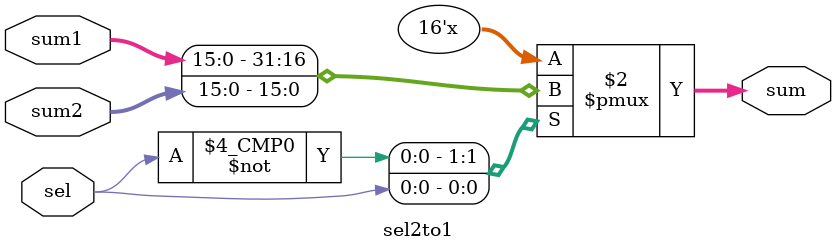
<source format=v>
module top_module(
input [31:0] a,
input [31:0] b,
output [31:0] sum );

wire cout;
wire cout1,cout2;
wire [15:0]sum1;
wire [15:0]sum2;
add16 stag1(a[15:0],b[15:0],0,sum[15:0],cout);
add16 stag2(a[31:16],b[31:16],0,sum1[15:0],cout1);
add16 stag3(a[31:16],b[31:16],1,sum2[15:0],cout2);
sel2to1 stag4(sum1,sum2,cout,sum[31:16]);

endmodule

module sel2to1(
input [15:0]sum1,
input [15:0]sum2,
input sel,
output reg [15:0]sum
);

always @(*) begin
    case(sel)
        1'b0:sum=sum1;
        1'b1:sum=sum2;
    endcase
end

endmodule
</source>
